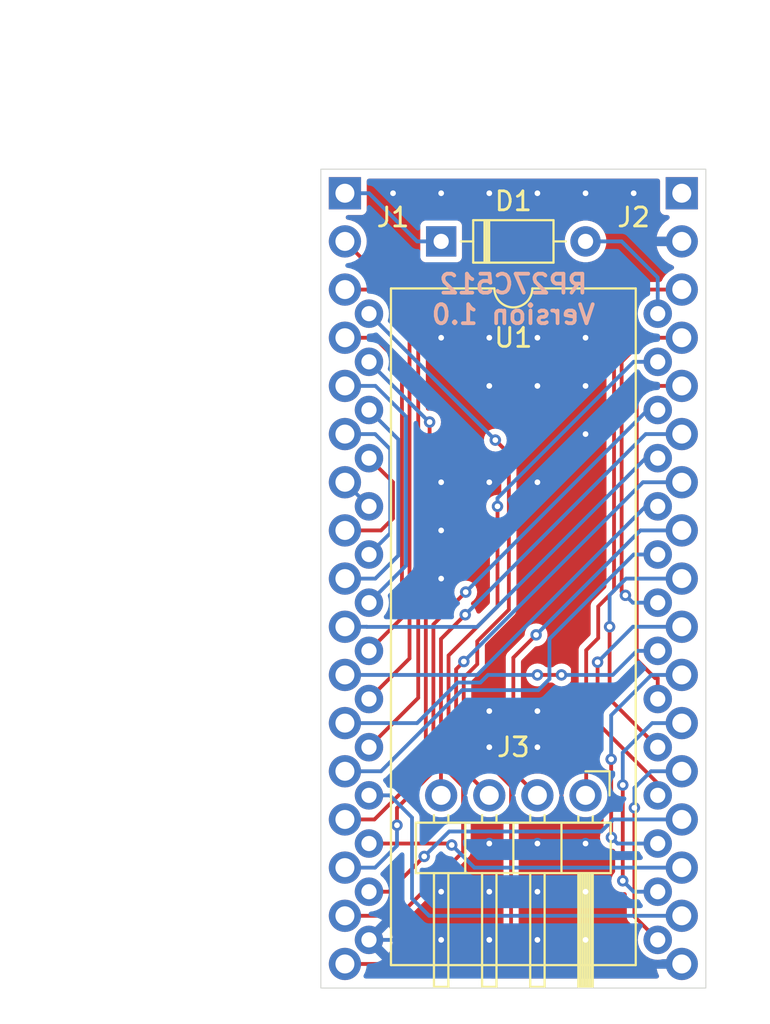
<source format=kicad_pcb>
(kicad_pcb (version 20240108) (generator "pcbnew") (generator_version "8.0")
  (layers (0 "F.Cu" signal) (31 "B.Cu" signal) (34 "B.Paste" user) (35 "F.Paste" user) (36 "B.SilkS" user "B.Silkscreen") (37 "F.SilkS" user "F.Silkscreen") (38 "B.Mask" user) (39 "F.Mask" user) (44 "Edge.Cuts" user))
  (net 0 "")
  (net 1 "+5V")
  (net 2 "Net-(D1-K)")
  (net 3 "Net-(J1-Pin_2)")
  (net 4 "Net-(J1-Pin_10)")
  (net 5 "Net-(J1-Pin_3)")
  (net 6 "Net-(J1-Pin_6)")
  (net 7 "Net-(J1-Pin_9)")
  (net 8 "Net-(J1-Pin_17)")
  (net 9 "Net-(J1-Pin_16)")
  (net 10 "Net-(J1-Pin_8)")
  (net 11 "Net-(J1-Pin_12)")
  (net 12 "Net-(J1-Pin_14)")
  (net 13 "Net-(J1-Pin_15)")
  (net 14 "Net-(J1-Pin_13)")
  (net 15 "Net-(J1-Pin_4)")
  (net 16 "Net-(J1-Pin_11)")
  (net 17 "Net-(J1-Pin_7)")
  (net 18 "Net-(J1-Pin_5)")
  (net 19 "Net-(J2-Pin_3)")
  (net 20 "Net-(J2-Pin_8)")
  (net 21 "Net-(J2-Pin_7)")
  (net 22 "Net-(J2-Pin_6)")
  (net 23 "Net-(J2-Pin_4)")
  (net 24 "Net-(J2-Pin_9)")
  (net 25 "Net-(J2-Pin_16)")
  (net 26 "GND")
  (net 27 "Net-(J2-Pin_12)")
  (net 28 "Net-(J2-Pin_15)")
  (net 29 "Net-(J2-Pin_11)")
  (net 30 "Net-(J2-Pin_5)")
  (net 31 "Net-(J2-Pin_14)")
  (net 32 "Net-(J2-Pin_10)")
  (net 33 "Net-(J2-Pin_13)")
  (net 34 "+3.3V")
  (footprint "Connector_PinHeader_2.54mm:PinHeader_1x17_P2.54mm_Vertical" (layer "F.Cu") (at 137.16 81.28)
    (property "Reference" "J2" (at -2.54 1.27 0) (layer "F.SilkS"))
    (property "Value" "Conn_01x17")
    (pad "1" thru_hole rect (at 0 0) (size 1.7 1.7) (drill 1) (layers "*.Cu" "*.Mask") (net 34 "+3.3V"))
    (pad "2" thru_hole oval (at 0 2.54) (size 1.7 1.7) (drill 1) (layers "*.Cu" "*.Mask") (net 26 "GND"))
    (pad "3" thru_hole oval (at 0 5.08) (size 1.7 1.7) (drill 1) (layers "*.Cu" "*.Mask") (net 19 "Net-(J2-Pin_3)"))
    (pad "4" thru_hole oval (at 0 7.62) (size 1.7 1.7) (drill 1) (layers "*.Cu" "*.Mask") (net 23 "Net-(J2-Pin_4)"))
    (pad "5" thru_hole oval (at 0 10.16) (size 1.7 1.7) (drill 1) (layers "*.Cu" "*.Mask") (net 30 "Net-(J2-Pin_5)"))
    (pad "6" thru_hole oval (at 0 12.7) (size 1.7 1.7) (drill 1) (layers "*.Cu" "*.Mask") (net 22 "Net-(J2-Pin_6)"))
    (pad "7" thru_hole oval (at 0 15.24) (size 1.7 1.7) (drill 1) (layers "*.Cu" "*.Mask") (net 21 "Net-(J2-Pin_7)"))
    (pad "8" thru_hole oval (at 0 17.78) (size 1.7 1.7) (drill 1) (layers "*.Cu" "*.Mask") (net 20 "Net-(J2-Pin_8)"))
    (pad "9" thru_hole oval (at 0 20.32) (size 1.7 1.7) (drill 1) (layers "*.Cu" "*.Mask") (net 24 "Net-(J2-Pin_9)"))
    (pad "10" thru_hole oval (at 0 22.86) (size 1.7 1.7) (drill 1) (layers "*.Cu" "*.Mask") (net 32 "Net-(J2-Pin_10)"))
    (pad "11" thru_hole oval (at 0 25.4) (size 1.7 1.7) (drill 1) (layers "*.Cu" "*.Mask") (net 29 "Net-(J2-Pin_11)"))
    (pad "12" thru_hole oval (at 0 27.94) (size 1.7 1.7) (drill 1) (layers "*.Cu" "*.Mask") (net 27 "Net-(J2-Pin_12)"))
    (pad "13" thru_hole oval (at 0 30.48) (size 1.7 1.7) (drill 1) (layers "*.Cu" "*.Mask") (net 33 "Net-(J2-Pin_13)"))
    (pad "14" thru_hole oval (at 0 33.02) (size 1.7 1.7) (drill 1) (layers "*.Cu" "*.Mask") (net 31 "Net-(J2-Pin_14)"))
    (pad "15" thru_hole oval (at 0 35.56) (size 1.7 1.7) (drill 1) (layers "*.Cu" "*.Mask") (net 28 "Net-(J2-Pin_15)"))
    (pad "16" thru_hole oval (at 0 38.1) (size 1.7 1.7) (drill 1) (layers "*.Cu" "*.Mask") (net 25 "Net-(J2-Pin_16)"))
    (pad "17" thru_hole oval (at 0 40.64) (size 1.7 1.7) (drill 1) (layers "*.Cu" "*.Mask") (net 26 "GND"))
  )
  (footprint "Connector_PinHeader_2.54mm:PinHeader_1x04_P2.54mm_Horizontal" (layer "F.Cu") (at 132.08 113.03 -90)
    (property "Reference" "J3" (at -2.54 3.81 180) (layer "F.SilkS"))
    (property "Value" "Conn_01x04")
    (fp_line (start 1.44 8.95) (end 4.1 8.95) (stroke (width 0.12)) (layer "F.SilkS"))
    (fp_line (start 4.1 8.95) (end 4.1 -1.33) (stroke (width 0.12)) (layer "F.SilkS"))
    (fp_line (start 1.042929 8) (end 1.44 8) (stroke (width 0.12)) (layer "F.SilkS"))
    (fp_line (start 10.1 8) (end 4.1 8) (stroke (width 0.12)) (layer "F.SilkS"))
    (fp_line (start 1.042929 7.24) (end 1.44 7.24) (stroke (width 0.12)) (layer "F.SilkS"))
    (fp_line (start 4.1 7.24) (end 10.1 7.24) (stroke (width 0.12)) (layer "F.SilkS"))
    (fp_line (start 10.1 7.24) (end 10.1 8) (stroke (width 0.12)) (layer "F.SilkS"))
    (fp_line (start 1.44 6.35) (end 4.1 6.35) (stroke (width 0.12)) (layer "F.SilkS"))
    (fp_line (start 1.042929 5.46) (end 1.44 5.46) (stroke (width 0.12)) (layer "F.SilkS"))
    (fp_line (start 10.1 5.46) (end 4.1 5.46) (stroke (width 0.12)) (layer "F.SilkS"))
    (fp_line (start 1.042929 4.7) (end 1.44 4.7) (stroke (width 0.12)) (layer "F.SilkS"))
    (fp_line (start 4.1 4.7) (end 10.1 4.7) (stroke (width 0.12)) (layer "F.SilkS"))
    (fp_line (start 10.1 4.7) (end 10.1 5.46) (stroke (width 0.12)) (layer "F.SilkS"))
    (fp_line (start 1.44 3.81) (end 4.1 3.81) (stroke (width 0.12)) (layer "F.SilkS"))
    (fp_line (start 1.042929 2.92) (end 1.44 2.92) (stroke (width 0.12)) (layer "F.SilkS"))
    (fp_line (start 10.1 2.92) (end 4.1 2.92) (stroke (width 0.12)) (layer "F.SilkS"))
    (fp_line (start 1.042929 2.16) (end 1.44 2.16) (stroke (width 0.12)) (layer "F.SilkS"))
    (fp_line (start 4.1 2.16) (end 10.1 2.16) (stroke (width 0.12)) (layer "F.SilkS"))
    (fp_line (start 10.1 2.16) (end 10.1 2.92) (stroke (width 0.12)) (layer "F.SilkS"))
    (fp_line (start 1.44 1.27) (end 4.1 1.27) (stroke (width 0.12)) (layer "F.SilkS"))
    (fp_line (start 1.11 0.38) (end 1.44 0.38) (stroke (width 0.12)) (layer "F.SilkS"))
    (fp_line (start 10.1 0.38) (end 4.1 0.38) (stroke (width 0.12)) (layer "F.SilkS"))
    (fp_line (start 4.1 0.28) (end 10.1 0.28) (stroke (width 0.12)) (layer "F.SilkS"))
    (fp_line (start 4.1 0.16) (end 10.1 0.16) (stroke (width 0.12)) (layer "F.SilkS"))
    (fp_line (start 4.1 0.04) (end 10.1 0.04) (stroke (width 0.12)) (layer "F.SilkS"))
    (fp_line (start -1.27 0) (end -1.27 -1.27) (stroke (width 0.12)) (layer "F.SilkS"))
    (fp_line (start 4.1 -0.08) (end 10.1 -0.08) (stroke (width 0.12)) (layer "F.SilkS"))
    (fp_line (start 4.1 -0.2) (end 10.1 -0.2) (stroke (width 0.12)) (layer "F.SilkS"))
    (fp_line (start 4.1 -0.32) (end 10.1 -0.32) (stroke (width 0.12)) (layer "F.SilkS"))
    (fp_line (start 1.11 -0.38) (end 1.44 -0.38) (stroke (width 0.12)) (layer "F.SilkS"))
    (fp_line (start 4.1 -0.38) (end 10.1 -0.38) (stroke (width 0.12)) (layer "F.SilkS"))
    (fp_line (start 10.1 -0.38) (end 10.1 0.38) (stroke (width 0.12)) (layer "F.SilkS"))
    (fp_line (start -1.27 -1.27) (end 0 -1.27) (stroke (width 0.12)) (layer "F.SilkS"))
    (fp_line (start 1.44 -1.33) (end 1.44 8.95) (stroke (width 0.12)) (layer "F.SilkS"))
    (fp_line (start 4.1 -1.33) (end 1.44 -1.33) (stroke (width 0.12)) (layer "F.SilkS"))
    (pad "1" thru_hole circle (at 0 0 270) (size 1.7 1.7) (drill 1) (layers "*.Cu" "*.Mask") (net 19 "Net-(J2-Pin_3)"))
    (pad "2" thru_hole oval (at 0 2.54 270) (size 1.7 1.7) (drill 1) (layers "*.Cu" "*.Mask") (net 20 "Net-(J2-Pin_8)"))
    (pad "3" thru_hole oval (at 0 5.08 270) (size 1.7 1.7) (drill 1) (layers "*.Cu" "*.Mask") (net 21 "Net-(J2-Pin_7)"))
    (pad "4" thru_hole oval (at 0 7.62 270) (size 1.7 1.7) (drill 1) (layers "*.Cu" "*.Mask") (net 22 "Net-(J2-Pin_6)"))
  )
  (footprint "Connector_PinHeader_2.54mm:PinHeader_1x17_P2.54mm_Vertical" (layer "F.Cu") (at 119.38 81.28)
    (property "Reference" "J1" (at 2.54 1.27 0) (layer "F.SilkS"))
    (property "Value" "Conn_01x17")
    (pad "1" thru_hole rect (at 0 0) (size 1.7 1.7) (drill 1) (layers "*.Cu" "*.Mask") (net 2 "Net-(D1-K)"))
    (pad "2" thru_hole oval (at 0 2.54) (size 1.7 1.7) (drill 1) (layers "*.Cu" "*.Mask") (net 3 "Net-(J1-Pin_2)"))
    (pad "3" thru_hole oval (at 0 5.08) (size 1.7 1.7) (drill 1) (layers "*.Cu" "*.Mask") (net 5 "Net-(J1-Pin_3)"))
    (pad "4" thru_hole oval (at 0 7.62) (size 1.7 1.7) (drill 1) (layers "*.Cu" "*.Mask") (net 15 "Net-(J1-Pin_4)"))
    (pad "5" thru_hole oval (at 0 10.16) (size 1.7 1.7) (drill 1) (layers "*.Cu" "*.Mask") (net 18 "Net-(J1-Pin_5)"))
    (pad "6" thru_hole oval (at 0 12.7) (size 1.7 1.7) (drill 1) (layers "*.Cu" "*.Mask") (net 6 "Net-(J1-Pin_6)"))
    (pad "7" thru_hole oval (at 0 15.24) (size 1.7 1.7) (drill 1) (layers "*.Cu" "*.Mask") (net 17 "Net-(J1-Pin_7)"))
    (pad "8" thru_hole oval (at 0 17.78) (size 1.7 1.7) (drill 1) (layers "*.Cu" "*.Mask") (net 10 "Net-(J1-Pin_8)"))
    (pad "9" thru_hole oval (at 0 20.32) (size 1.7 1.7) (drill 1) (layers "*.Cu" "*.Mask") (net 7 "Net-(J1-Pin_9)"))
    (pad "10" thru_hole oval (at 0 22.86) (size 1.7 1.7) (drill 1) (layers "*.Cu" "*.Mask") (net 4 "Net-(J1-Pin_10)"))
    (pad "11" thru_hole oval (at 0 25.4) (size 1.7 1.7) (drill 1) (layers "*.Cu" "*.Mask") (net 16 "Net-(J1-Pin_11)"))
    (pad "12" thru_hole oval (at 0 27.94) (size 1.7 1.7) (drill 1) (layers "*.Cu" "*.Mask") (net 11 "Net-(J1-Pin_12)"))
    (pad "13" thru_hole oval (at 0 30.48) (size 1.7 1.7) (drill 1) (layers "*.Cu" "*.Mask") (net 14 "Net-(J1-Pin_13)"))
    (pad "14" thru_hole oval (at 0 33.02) (size 1.7 1.7) (drill 1) (layers "*.Cu" "*.Mask") (net 12 "Net-(J1-Pin_14)"))
    (pad "15" thru_hole oval (at 0 35.56) (size 1.7 1.7) (drill 1) (layers "*.Cu" "*.Mask") (net 13 "Net-(J1-Pin_15)"))
    (pad "16" thru_hole oval (at 0 38.1) (size 1.7 1.7) (drill 1) (layers "*.Cu" "*.Mask") (net 9 "Net-(J1-Pin_16)"))
    (pad "17" thru_hole oval (at 0 40.64) (size 1.7 1.7) (drill 1) (layers "*.Cu" "*.Mask") (net 8 "Net-(J1-Pin_17)"))
  )
  (footprint "Package_DIP:DIP-28_W15.24mm" (layer "F.Cu") (at 120.65 87.63)
    (property "Reference" "U1" (at 7.62 1.27 0) (layer "F.SilkS"))
    (property "Value" "27C512")
    (fp_line (start 1.16 -1.33) (end 1.16 34.35) (stroke (width 0.12)) (layer "F.SilkS"))
    (fp_line (start 1.16 34.35) (end 14.08 34.35) (stroke (width 0.12)) (layer "F.SilkS"))
    (fp_line (start 6.62 -1.33) (end 1.16 -1.33) (stroke (width 0.12)) (layer "F.SilkS"))
    (fp_line (start 14.08 -1.33) (end 8.62 -1.33) (stroke (width 0.12)) (layer "F.SilkS"))
    (fp_line (start 14.08 34.35) (end 14.08 -1.33) (stroke (width 0.12)) (layer "F.SilkS"))
    (fp_arc (start 8.62 -1.33) (mid 7.62 -0.33) (end 6.62 -1.33) (stroke (width 0.12)) (layer "F.SilkS"))
    (pad "1" thru_hole circle (at 0 0) (size 1.5 1.5) (drill 0.8) (layers "*.Cu" "*.Mask") (net 8 "Net-(J1-Pin_17)"))
    (pad "2" thru_hole circle (at 0 2.54) (size 1.5 1.5) (drill 0.8) (layers "*.Cu" "*.Mask") (net 12 "Net-(J1-Pin_14)"))
    (pad "3" thru_hole circle (at 0 5.08) (size 1.5 1.5) (drill 0.8) (layers "*.Cu" "*.Mask") (net 7 "Net-(J1-Pin_9)"))
    (pad "4" thru_hole circle (at 0 7.62) (size 1.5 1.5) (drill 0.8) (layers "*.Cu" "*.Mask") (net 10 "Net-(J1-Pin_8)"))
    (pad "5" thru_hole circle (at 0 10.16) (size 1.5 1.5) (drill 0.8) (layers "*.Cu" "*.Mask") (net 17 "Net-(J1-Pin_7)"))
    (pad "6" thru_hole circle (at 0 12.7) (size 1.5 1.5) (drill 0.8) (layers "*.Cu" "*.Mask") (net 6 "Net-(J1-Pin_6)"))
    (pad "7" thru_hole circle (at 0 15.24) (size 1.5 1.5) (drill 0.8) (layers "*.Cu" "*.Mask") (net 18 "Net-(J1-Pin_5)"))
    (pad "8" thru_hole circle (at 0 17.78) (size 1.5 1.5) (drill 0.8) (layers "*.Cu" "*.Mask") (net 15 "Net-(J1-Pin_4)"))
    (pad "9" thru_hole circle (at 0 20.32) (size 1.5 1.5) (drill 0.8) (layers "*.Cu" "*.Mask") (net 5 "Net-(J1-Pin_3)"))
    (pad "10" thru_hole circle (at 0 22.86) (size 1.5 1.5) (drill 0.8) (layers "*.Cu" "*.Mask") (net 3 "Net-(J1-Pin_2)"))
    (pad "11" thru_hole circle (at 0 25.4) (size 1.5 1.5) (drill 0.8) (layers "*.Cu" "*.Mask") (net 25 "Net-(J2-Pin_16)"))
    (pad "12" thru_hole circle (at 0 27.94) (size 1.5 1.5) (drill 0.8) (layers "*.Cu" "*.Mask") (net 28 "Net-(J2-Pin_15)"))
    (pad "13" thru_hole circle (at 0 30.48) (size 1.5 1.5) (drill 0.8) (layers "*.Cu" "*.Mask") (net 31 "Net-(J2-Pin_14)"))
    (pad "14" thru_hole circle (at 0 33.02) (size 1.5 1.5) (drill 0.8) (layers "*.Cu" "*.Mask") (net 26 "GND"))
    (pad "15" thru_hole circle (at 15.24 33.02) (size 1.5 1.5) (drill 0.8) (layers "*.Cu" "*.Mask") (net 33 "Net-(J2-Pin_13)"))
    (pad "16" thru_hole circle (at 15.24 30.48) (size 1.5 1.5) (drill 0.8) (layers "*.Cu" "*.Mask") (net 27 "Net-(J2-Pin_12)"))
    (pad "17" thru_hole circle (at 15.24 27.94) (size 1.5 1.5) (drill 0.8) (layers "*.Cu" "*.Mask") (net 29 "Net-(J2-Pin_11)"))
    (pad "18" thru_hole circle (at 15.24 25.4) (size 1.5 1.5) (drill 0.8) (layers "*.Cu" "*.Mask") (net 32 "Net-(J2-Pin_10)"))
    (pad "19" thru_hole circle (at 15.24 22.86) (size 1.5 1.5) (drill 0.8) (layers "*.Cu" "*.Mask") (net 24 "Net-(J2-Pin_9)"))
    (pad "20" thru_hole circle (at 15.24 20.32) (size 1.5 1.5) (drill 0.8) (layers "*.Cu" "*.Mask") (net 30 "Net-(J2-Pin_5)"))
    (pad "21" thru_hole circle (at 15.24 17.78) (size 1.5 1.5) (drill 0.8) (layers "*.Cu" "*.Mask") (net 11 "Net-(J1-Pin_12)"))
    (pad "22" thru_hole circle (at 15.24 15.24) (size 1.5 1.5) (drill 0.8) (layers "*.Cu" "*.Mask") (net 23 "Net-(J2-Pin_4)"))
    (pad "23" thru_hole circle (at 15.24 12.7) (size 1.5 1.5) (drill 0.8) (layers "*.Cu" "*.Mask") (net 14 "Net-(J1-Pin_13)"))
    (pad "24" thru_hole circle (at 15.24 10.16) (size 1.5 1.5) (drill 0.8) (layers "*.Cu" "*.Mask") (net 16 "Net-(J1-Pin_11)"))
    (pad "25" thru_hole circle (at 15.24 7.62) (size 1.5 1.5) (drill 0.8) (layers "*.Cu" "*.Mask") (net 4 "Net-(J1-Pin_10)"))
    (pad "26" thru_hole circle (at 15.24 5.08) (size 1.5 1.5) (drill 0.8) (layers "*.Cu" "*.Mask") (net 13 "Net-(J1-Pin_15)"))
    (pad "27" thru_hole circle (at 15.24 2.54) (size 1.5 1.5) (drill 0.8) (layers "*.Cu" "*.Mask") (net 9 "Net-(J1-Pin_16)"))
    (pad "28" thru_hole circle (at 15.24 0) (size 1.5 1.5) (drill 0.8) (layers "*.Cu" "*.Mask") (net 1 "+5V"))
  )
  (footprint "Diode_THT:D_DO-35_SOD27_P7.62mm_Horizontal" (layer "F.Cu") (at 124.46 83.82)
    (property "Reference" "D1" (at 3.81 -2.12 0) (layer "F.SilkS"))
    (property "Value" "1SS106")
    (fp_line (start 1.04 0) (end 1.69 0) (stroke (width 0.12)) (layer "F.SilkS"))
    (fp_line (start 1.69 -1.12) (end 1.69 1.12) (stroke (width 0.12)) (layer "F.SilkS"))
    (fp_line (start 1.69 1.12) (end 5.93 1.12) (stroke (width 0.12)) (layer "F.SilkS"))
    (fp_line (start 2.29 -1.12) (end 2.29 1.12) (stroke (width 0.12)) (layer "F.SilkS"))
    (fp_line (start 2.41 -1.12) (end 2.41 1.12) (stroke (width 0.12)) (layer "F.SilkS"))
    (fp_line (start 2.53 -1.12) (end 2.53 1.12) (stroke (width 0.12)) (layer "F.SilkS"))
    (fp_line (start 5.93 -1.12) (end 1.69 -1.12) (stroke (width 0.12)) (layer "F.SilkS"))
    (fp_line (start 5.93 1.12) (end 5.93 -1.12) (stroke (width 0.12)) (layer "F.SilkS"))
    (fp_line (start 6.58 0) (end 5.93 0) (stroke (width 0.12)) (layer "F.SilkS"))
    (pad "1" thru_hole rect (at 0 0) (size 1.6 1.6) (drill 0.8) (layers "*.Cu" "*.Mask") (net 2 "Net-(D1-K)"))
    (pad "2" thru_hole oval (at 7.62 0) (size 1.6 1.6) (drill 0.8) (layers "*.Cu" "*.Mask") (net 1 "+5V"))
  )
  (gr_rect (start 118.11 80.01) (end 138.43 123.19) (stroke (width 0.05)) (fill none) (layer "Edge.Cuts"))
  (gr_text "RP27C512\nVersion 1.0" (at 128.27 88.265 0) (layer "B.SilkS") (effects (font (size 1 1) (thickness 0.2) (bold yes)) (justify bottom mirror)))
  (segment (start 133.985 83.82) (end 132.08 83.82) (width 0.2) (layer "B.Cu") (net 1))
  (segment (start 135.89 85.725) (end 133.985 83.82) (width 0.2) (layer "B.Cu") (net 1))
  (segment (start 135.89 87.63) (end 135.89 85.725) (width 0.2) (layer "B.Cu") (net 1))
  (segment (start 124.46 83.82) (end 123.19 83.82) (width 0.2) (layer "B.Cu") (net 2))
  (segment (start 123.19 83.82) (end 120.65 81.28) (width 0.2) (layer "B.Cu") (net 2))
  (segment (start 120.65 81.28) (end 119.38 81.28) (width 0.2) (layer "B.Cu") (net 2))
  (segment (start 120.65 110.49) (end 123.25 107.89) (width 0.2) (layer "F.Cu") (net 3))
  (segment (start 123.25 87.69) (end 119.38 83.82) (width 0.2) (layer "F.Cu") (net 3))
  (segment (start 123.25 107.89) (end 123.25 87.69) (width 0.2) (layer "F.Cu") (net 3))
  (segment (start 119.38 104.14) (end 120.5317 104.14) (width 0.2) (layer "B.Cu") (net 4))
  (segment (start 120.5317 104.14) (end 120.5387 104.147) (width 0.2) (layer "B.Cu") (net 4))
  (segment (start 120.5387 104.147) (end 126.358 104.147) (width 0.2) (layer "B.Cu") (net 4))
  (segment (start 135.255 95.25) (end 135.89 95.25) (width 0.2) (layer "B.Cu") (net 4))
  (segment (start 126.358 104.147) (end 135.255 95.25) (width 0.2) (layer "B.Cu") (net 4))
  (segment (start 122.79 87.865) (end 121.285 86.36) (width 0.2) (layer "F.Cu") (net 5))
  (segment (start 122.7829 105.8171) (end 122.79 105.81) (width 0.2) (layer "F.Cu") (net 5))
  (segment (start 122.79 105.81) (end 122.79 87.865) (width 0.2) (layer "F.Cu") (net 5))
  (segment (start 121.285 86.36) (end 119.38 86.36) (width 0.2) (layer "F.Cu") (net 5))
  (segment (start 120.65 107.95) (end 122.7829 105.8171) (width 0.2) (layer "F.Cu") (net 5))
  (segment (start 120.65 100.33) (end 121.7725 99.2075) (width 0.2) (layer "B.Cu") (net 6))
  (segment (start 121.7725 94.7769) (end 120.9756 93.98) (width 0.2) (layer "B.Cu") (net 6))
  (segment (start 121.7725 99.2075) (end 121.7725 94.7769) (width 0.2) (layer "B.Cu") (net 6))
  (segment (start 120.9756 93.98) (end 119.38 93.98) (width 0.2) (layer "B.Cu") (net 6))
  (segment (start 120.9846 101.6) (end 122.1964 100.3882) (width 0.2) (layer "B.Cu") (net 7))
  (segment (start 119.38 101.6) (end 120.9846 101.6) (width 0.2) (layer "B.Cu") (net 7))
  (segment (start 122.1964 100.3882) (end 122.1964 94.2564) (width 0.2) (layer "B.Cu") (net 7))
  (segment (start 122.1964 94.2564) (end 120.65 92.71) (width 0.2) (layer "B.Cu") (net 7))
  (segment (start 128.15 112.553654) (end 128.15 120.77) (width 0.2) (layer "F.Cu") (net 8))
  (segment (start 128.0337 103.238585) (end 126.365 104.907285) (width 0.2) (layer "F.Cu") (net 8))
  (segment (start 128.15 120.77) (end 127 121.92) (width 0.2) (layer "F.Cu") (net 8))
  (segment (start 126.365 104.907285) (end 126.365 106.112829) (width 0.2) (layer "F.Cu") (net 8))
  (segment (start 128.0337 95.0137) (end 128.0337 103.238585) (width 0.2) (layer "F.Cu") (net 8))
  (segment (start 126.365 106.112829) (end 125.65 106.827829) (width 0.2) (layer "F.Cu") (net 8))
  (segment (start 127 121.92) (end 119.38 121.92) (width 0.2) (layer "F.Cu") (net 8))
  (segment (start 125.65 110.053654) (end 128.15 112.553654) (width 0.2) (layer "F.Cu") (net 8))
  (segment (start 127.3175 94.2975) (end 128.0337 95.0137) (width 0.2) (layer "F.Cu") (net 8))
  (segment (start 125.65 106.827829) (end 125.65 110.053654) (width 0.2) (layer "F.Cu") (net 8))
  (via (at 127.3175 94.2975) (size 0.6) (drill 0.3) (layers "F.Cu" "B.Cu") (net 8))
  (segment (start 127.3175 94.2975) (end 120.65 87.63) (width 0.2) (layer "B.Cu") (net 8))
  (segment (start 124.85 111.793654) (end 125.61735 112.561004) (width 0.2) (layer "F.Cu") (net 9))
  (segment (start 127.4337 103.0713) (end 124.85 105.655) (width 0.2) (layer "F.Cu") (net 9))
  (segment (start 125.61735 116.00015) (end 122.2375 119.38) (width 0.2) (layer "F.Cu") (net 9))
  (segment (start 124.85 105.655) (end 124.85 111.793654) (width 0.2) (layer "F.Cu") (net 9))
  (segment (start 127.4337 97.79) (end 127.4337 103.0713) (width 0.2) (layer "F.Cu") (net 9))
  (segment (start 122.2375 119.38) (end 119.38 119.38) (width 0.2) (layer "F.Cu") (net 9))
  (segment (start 125.61735 112.561004) (end 125.61735 116.00015) (width 0.2) (layer "F.Cu") (net 9))
  (via (at 127.4337 97.79) (size 0.6) (drill 0.3) (layers "F.Cu" "B.Cu") (net 9))
  (segment (start 127.4337 97.3563) (end 134.62 90.17) (width 0.2) (layer "B.Cu") (net 9))
  (segment (start 134.62 90.17) (end 135.89 90.17) (width 0.2) (layer "B.Cu") (net 9))
  (segment (start 127.4337 97.79) (end 127.4337 97.3563) (width 0.2) (layer "B.Cu") (net 9))
  (segment (start 120.65 95.25) (end 121.92 96.52) (width 0.2) (layer "F.Cu") (net 10))
  (segment (start 121.92 98.425) (end 121.285 99.06) (width 0.2) (layer "F.Cu") (net 10))
  (segment (start 121.285 99.06) (end 119.38 99.06) (width 0.2) (layer "F.Cu") (net 10))
  (segment (start 121.92 96.52) (end 121.92 98.425) (width 0.2) (layer "F.Cu") (net 10))
  (segment (start 129.54 106.68) (end 130.81 106.68) (width 0.2) (layer "F.Cu") (net 11))
  (via (at 129.54 106.68) (size 0.6) (drill 0.3) (layers "F.Cu" "B.Cu") (net 11))
  (via (at 130.81 106.68) (size 0.6) (drill 0.3) (layers "F.Cu" "B.Cu") (net 11))
  (segment (start 133.5183 106.68) (end 134.7883 105.41) (width 0.2) (layer "B.Cu") (net 11))
  (segment (start 126.530686 107.08) (end 125.33 107.08) (width 0.2) (layer "B.Cu") (net 11))
  (segment (start 126.930686 106.68) (end 126.530686 107.08) (width 0.2) (layer "B.Cu") (net 11))
  (segment (start 129.54 106.68) (end 126.930686 106.68) (width 0.2) (layer "B.Cu") (net 11))
  (segment (start 130.81 106.68) (end 133.5183 106.68) (width 0.2) (layer "B.Cu") (net 11))
  (segment (start 123.19 109.22) (end 119.38 109.22) (width 0.2) (layer "B.Cu") (net 11))
  (segment (start 125.33 107.08) (end 123.19 109.22) (width 0.2) (layer "B.Cu") (net 11))
  (segment (start 134.7883 105.41) (end 135.89 105.41) (width 0.2) (layer "B.Cu") (net 11))
  (segment (start 120.9381 114.3) (end 119.38 114.3) (width 0.2) (layer "F.Cu") (net 12))
  (segment (start 123.65 94.155) (end 123.65 111.5881) (width 0.2) (layer "F.Cu") (net 12))
  (segment (start 123.85 93.345) (end 123.85 93.955) (width 0.2) (layer "F.Cu") (net 12))
  (segment (start 123.85 93.955) (end 123.65 94.155) (width 0.2) (layer "F.Cu") (net 12))
  (segment (start 123.65 111.5881) (end 120.9381 114.3) (width 0.2) (layer "F.Cu") (net 12))
  (via (at 123.85 93.345) (size 0.6) (drill 0.3) (layers "F.Cu" "B.Cu") (net 12))
  (segment (start 123.85 93.345) (end 123.825 93.345) (width 0.2) (layer "B.Cu") (net 12))
  (segment (start 123.825 93.345) (end 120.65 90.17) (width 0.2) (layer "B.Cu") (net 12))
  (segment (start 124.05 111.7775) (end 122.1277 113.6998) (width 0.2) (layer "F.Cu") (net 13))
  (segment (start 125.75525 102.31075) (end 124.05 104.016) (width 0.2) (layer "F.Cu") (net 13))
  (segment (start 124.05 104.016) (end 124.05 111.7775) (width 0.2) (layer "F.Cu") (net 13))
  (segment (start 122.1277 113.6998) (end 122.1277 114.603) (width 0.2) (layer "F.Cu") (net 13))
  (via (at 125.75525 102.31075) (size 0.6) (drill 0.3) (layers "F.Cu" "B.Cu") (net 13))
  (via (at 122.1277 114.603) (size 0.6) (drill 0.3) (layers "F.Cu" "B.Cu") (net 13))
  (segment (start 135.356 92.71) (end 135.89 92.71) (width 0.2) (layer "B.Cu") (net 13))
  (segment (start 120.9714 116.84) (end 119.38 116.84) (width 0.2) (layer "B.Cu") (net 13))
  (segment (start 122.1277 115.6837) (end 120.9714 116.84) (width 0.2) (layer "B.Cu") (net 13))
  (segment (start 125.75525 102.31075) (end 135.356 92.71) (width 0.2) (layer "B.Cu") (net 13))
  (segment (start 122.1277 114.603) (end 122.1277 115.6837) (width 0.2) (layer "B.Cu") (net 13))
  (segment (start 134.62 100.33) (end 130.175 104.775) (width 0.2) (layer "B.Cu") (net 14))
  (segment (start 125.565 107.48) (end 121.285 111.76) (width 0.2) (layer "B.Cu") (net 14))
  (segment (start 135.89 100.33) (end 134.62 100.33) (width 0.2) (layer "B.Cu") (net 14))
  (segment (start 121.285 111.76) (end 119.38 111.76) (width 0.2) (layer "B.Cu") (net 14))
  (segment (start 130.175 106.893529) (end 129.588529 107.48) (width 0.2) (layer "B.Cu") (net 14))
  (segment (start 129.588529 107.48) (end 125.565 107.48) (width 0.2) (layer "B.Cu") (net 14))
  (segment (start 130.175 104.775) (end 130.175 106.893529) (width 0.2) (layer "B.Cu") (net 14))
  (segment (start 120.9436 88.9) (end 119.38 88.9) (width 0.2) (layer "F.Cu") (net 15))
  (segment (start 120.65 105.41) (end 122.39 103.67) (width 0.2) (layer "F.Cu") (net 15))
  (segment (start 122.39 90.3464) (end 120.9436 88.9) (width 0.2) (layer "F.Cu") (net 15))
  (segment (start 122.39 103.67) (end 122.39 90.3464) (width 0.2) (layer "F.Cu") (net 15))
  (segment (start 135.89 97.79) (end 135.255 97.79) (width 0.2) (layer "B.Cu") (net 16))
  (segment (start 126.365 106.68) (end 119.38 106.68) (width 0.2) (layer "B.Cu") (net 16))
  (segment (start 135.255 97.79) (end 126.365 106.68) (width 0.2) (layer "B.Cu") (net 16))
  (segment (start 120.65 97.79) (end 119.38 96.52) (width 0.2) (layer "B.Cu") (net 17))
  (segment (start 120.65 102.87) (end 122.6024 100.9176) (width 0.2) (layer "B.Cu") (net 18))
  (segment (start 120.9924 91.44) (end 119.38 91.44) (width 0.2) (layer "B.Cu") (net 18))
  (segment (start 122.6024 100.9176) (end 122.6024 93.05) (width 0.2) (layer "B.Cu") (net 18))
  (segment (start 122.6024 93.05) (end 120.9924 91.44) (width 0.2) (layer "B.Cu") (net 18))
  (segment (start 132.115 105.375) (end 132.75 104.74) (width 0.2) (layer "F.Cu") (net 19))
  (segment (start 133.585 88.03) (end 135.255 86.36) (width 0.2) (layer "F.Cu") (net 19))
  (segment (start 132.75 103.066471) (end 133.585 102.231471) (width 0.2) (layer "F.Cu") (net 19))
  (segment (start 132.115 112.995) (end 132.115 105.375) (width 0.2) (layer "F.Cu") (net 19))
  (segment (start 133.585 102.231471) (end 133.585 88.03) (width 0.2) (layer "F.Cu") (net 19))
  (segment (start 132.07 113.03) (end 132.08 113.03) (width 0.2) (layer "F.Cu") (net 19))
  (segment (start 135.255 86.36) (end 137.16 86.36) (width 0.2) (layer "F.Cu") (net 19))
  (segment (start 132.08 113.03) (end 132.115 112.995) (width 0.2) (layer "F.Cu") (net 19))
  (segment (start 132.75 104.74) (end 132.75 103.066471) (width 0.2) (layer "F.Cu") (net 19))
  (segment (start 128.27 105.7682) (end 128.27 111.77) (width 0.2) (layer "F.Cu") (net 20))
  (segment (start 129.4708 104.5674) (end 128.27 105.7682) (width 0.2) (layer "F.Cu") (net 20))
  (segment (start 128.27 111.77) (end 129.53 113.03) (width 0.2) (layer "F.Cu") (net 20))
  (via (at 129.4708 104.5674) (size 0.6) (drill 0.3) (layers "F.Cu" "B.Cu") (net 20))
  (segment (start 134.9782 99.06) (end 137.16 99.06) (width 0.2) (layer "B.Cu") (net 20))
  (segment (start 129.4708 104.5674) (end 134.9782 99.06) (width 0.2) (layer "B.Cu") (net 20))
  (segment (start 125.25 106.3793) (end 125.25 111.29) (width 0.2) (layer "F.Cu") (net 21))
  (segment (start 125.65715 105.97215) (end 125.25 106.3793) (width 0.2) (layer "F.Cu") (net 21))
  (segment (start 125.25 111.29) (end 126.99 113.03) (width 0.2) (layer "F.Cu") (net 21))
  (via (at 125.65715 105.97215) (size 0.6) (drill 0.3) (layers "F.Cu" "B.Cu") (net 21))
  (segment (start 135.1093 96.52) (end 137.16 96.52) (width 0.2) (layer "B.Cu") (net 21))
  (segment (start 125.65715 105.97215) (end 135.1093 96.52) (width 0.2) (layer "B.Cu") (net 21))
  (segment (start 124.45 104.785) (end 124.45 113.03) (width 0.2) (layer "F.Cu") (net 22))
  (segment (start 125.73 103.505) (end 124.45 104.785) (width 0.2) (layer "F.Cu") (net 22))
  (via (at 125.73 103.505) (size 0.6) (drill 0.3) (layers "F.Cu" "B.Cu") (net 22))
  (segment (start 125.73 103.505) (end 135.255 93.98) (width 0.2) (layer "B.Cu") (net 22))
  (segment (start 135.255 93.98) (end 137.16 93.98) (width 0.2) (layer "B.Cu") (net 22))
  (segment (start 134.1838 102.4812) (end 133.985 102.2824) (width 0.2) (layer "F.Cu") (net 23))
  (segment (start 135.255 88.9) (end 137.16 88.9) (width 0.2) (layer "F.Cu") (net 23))
  (segment (start 133.985 102.2824) (end 133.985 90.17) (width 0.2) (layer "F.Cu") (net 23))
  (segment (start 133.985 90.17) (end 135.255 88.9) (width 0.2) (layer "F.Cu") (net 23))
  (via (at 134.1838 102.4812) (size 0.6) (drill 0.3) (layers "F.Cu" "B.Cu") (net 23))
  (segment (start 134.5726 102.87) (end 135.89 102.87) (width 0.2) (layer "B.Cu") (net 23))
  (segment (start 134.1838 102.4812) (end 134.5726 102.87) (width 0.2) (layer "B.Cu") (net 23))
  (segment (start 133.35 107.95) (end 135.89 110.49) (width 0.2) (layer "F.Cu") (net 24))
  (segment (start 133.35 104.14) (end 133.35 107.95) (width 0.2) (layer "F.Cu") (net 24))
  (via (at 133.35 104.14) (size 0.6) (drill 0.3) (layers "F.Cu" "B.Cu") (net 24))
  (segment (start 133.35 104.14) (end 133.35 102.466471) (width 0.2) (layer "B.Cu") (net 24))
  (segment (start 134.216471 101.6) (end 137.16 101.6) (width 0.2) (layer "B.Cu") (net 24))
  (segment (start 133.35 102.466471) (end 134.216471 101.6) (width 0.2) (layer "B.Cu") (net 24))
  (segment (start 123.825 119.38) (end 137.16 119.38) (width 0.2) (layer "B.Cu") (net 25))
  (segment (start 121.7517 113.03) (end 122.9217 114.2) (width 0.2) (layer "B.Cu") (net 25))
  (segment (start 122.9217 118.4767) (end 123.825 119.38) (width 0.2) (layer "B.Cu") (net 25))
  (segment (start 122.9217 114.2) (end 122.9217 118.4767) (width 0.2) (layer "B.Cu") (net 25))
  (segment (start 120.65 113.03) (end 121.7517 113.03) (width 0.2) (layer "B.Cu") (net 25))
  (segment (start 137.16 83.82) (end 134.62 83.82) (width 0.2) (layer "F.Cu") (net 26))
  (segment (start 130.81 120.65) (end 132.08 121.92) (width 0.2) (layer "F.Cu") (net 26))
  (segment (start 130.81 112) (end 130.81 120.65) (width 0.2) (layer "F.Cu") (net 26))
  (segment (start 132.08 121.92) (end 137.16 121.92) (width 0.2) (layer "F.Cu") (net 26))
  (segment (start 131.41 111.4) (end 130.81 112) (width 0.2) (layer "F.Cu") (net 26))
  (segment (start 134.62 83.82) (end 131.41 87.03) (width 0.2) (layer "F.Cu") (net 26))
  (segment (start 131.41 87.03) (end 131.41 111.4) (width 0.2) (layer "F.Cu") (net 26))
  (via (at 124.46 101.6) (size 0.6) (drill 0.3) (layers "F.Cu" "B.Cu") (net 26))
  (via (at 127 110.49) (size 0.6) (drill 0.3) (layers "F.Cu" "B.Cu") (net 26))
  (via (at 129.54 81.28) (size 0.6) (drill 0.3) (layers "F.Cu" "B.Cu") (net 26))
  (via (at 124.46 88.9) (size 0.6) (drill 0.3) (layers "F.Cu" "B.Cu") (net 26))
  (via (at 132.08 120.65) (size 0.6) (drill 0.3) (layers "F.Cu" "B.Cu") (net 26))
  (via (at 124.46 81.28) (size 0.6) (drill 0.3) (layers "F.Cu" "B.Cu") (net 26))
  (via (at 129.54 96.52) (size 0.6) (drill 0.3) (layers "F.Cu" "B.Cu") (net 26))
  (via (at 129.54 88.9) (size 0.6) (drill 0.3) (layers "F.Cu" "B.Cu") (net 26))
  (via (at 129.54 120.65) (size 0.6) (drill 0.3) (layers "F.Cu" "B.Cu") (net 26))
  (via (at 129.54 91.44) (size 0.6) (drill 0.3) (layers "F.Cu" "B.Cu") (net 26))
  (via (at 132.08 81.28) (size 0.6) (drill 0.3) (layers "F.Cu" "B.Cu") (net 26))
  (via (at 124.46 99.06) (size 0.6) (drill 0.3) (layers "F.Cu" "B.Cu") (net 26))
  (via (at 132.08 118.11) (size 0.6) (drill 0.3) (layers "F.Cu" "B.Cu") (net 26))
  (via (at 127 108.585) (size 0.6) (drill 0.3) (layers "F.Cu" "B.Cu") (net 26))
  (via (at 127 118.11) (size 0.6) (drill 0.3) (layers "F.Cu" "B.Cu") (net 26))
  (via (at 134.62 81.28) (size 0.6) (drill 0.3) (layers "F.Cu" "B.Cu") (net 26))
  (via (at 124.46 118.11) (size 0.6) (drill 0.3) (layers "F.Cu" "B.Cu") (net 26))
  (via (at 127 88.9) (size 0.6) (drill 0.3) (layers "F.Cu" "B.Cu") (net 26))
  (via (at 129.54 110.49) (size 0.6) (drill 0.3) (layers "F.Cu" "B.Cu") (net 26))
  (via (at 132.08 88.9) (size 0.6) (drill 0.3) (layers "F.Cu" "B.Cu") (net 26))
  (via (at 132.08 91.44) (size 0.6) (drill 0.3) (layers "F.Cu" "B.Cu") (net 26))
  (via (at 129.54 115.57) (size 0.6) (drill 0.3) (layers "F.Cu" "B.Cu") (net 26))
  (via (at 121.92 81.28) (size 0.6) (drill 0.3) (layers "F.Cu" "B.Cu") (net 26))
  (via (at 132.08 93.98) (size 0.6) (drill 0.3) (layers "F.Cu" "B.Cu") (net 26))
  (via (at 127 115.57) (size 0.6) (drill 0.3) (layers "F.Cu" "B.Cu") (net 26))
  (via (at 127 120.65) (size 0.6) (drill 0.3) (layers "F.Cu" "B.Cu") (net 26))
  (via (at 129.54 108.585) (size 0.6) (drill 0.3) (layers "F.Cu" "B.Cu") (net 26))
  (via (at 124.46 120.65) (size 0.6) (drill 0.3) (layers "F.Cu" "B.Cu") (net 26))
  (via (at 127 96.52) (size 0.6) (drill 0.3) (layers "F.Cu" "B.Cu") (net 26))
  (via (at 124.46 96.52) (size 0.6) (drill 0.3) (layers "F.Cu" "B.Cu") (net 26))
  (via (at 127 91.44) (size 0.6) (drill 0.3) (layers "F.Cu" "B.Cu") (net 26))
  (via (at 127 81.28) (size 0.6) (drill 0.3) (layers "F.Cu" "B.Cu") (net 26))
  (via (at 129.54 118.11) (size 0.6) (drill 0.3) (layers "F.Cu" "B.Cu") (net 26))
  (via (at 132.08 115.57) (size 0.6) (drill 0.3) (layers "F.Cu" "B.Cu") (net 26))
  (segment (start 120.65 120.65) (end 122.555 120.65) (width 0.2) (layer "B.Cu") (net 26))
  (segment (start 122.555 120.65) (end 123.825 121.92) (width 0.2) (layer "B.Cu") (net 26))
  (segment (start 123.825 121.92) (end 137.16 121.92) (width 0.2) (layer "B.Cu") (net 26))
  (segment (start 134.0446 117.5346) (end 134.0446 112.4835) (width 0.2) (layer "F.Cu") (net 27))
  (via (at 134.0446 112.4835) (size 0.6) (drill 0.3) (layers "F.Cu" "B.Cu") (net 27))
  (via (at 134.0446 117.5346) (size 0.6) (drill 0.3) (layers "F.Cu" "B.Cu") (net 27))
  (segment (start 135.5981 109.22) (end 137.16 109.22) (width 0.2) (layer "B.Cu") (net 27))
  (segment (start 134.0446 110.7735) (end 135.5981 109.22) (width 0.2) (layer "B.Cu") (net 27))
  (segment (start 134.62 118.11) (end 135.89 118.11) (width 0.2) (layer "B.Cu") (net 27))
  (segment (start 134.0446 112.4835) (end 134.0446 110.7735) (width 0.2) (layer "B.Cu") (net 27))
  (segment (start 134.0446 117.5346) (end 134.62 118.11) (width 0.2) (layer "B.Cu") (net 27))
  (segment (start 124.9397 115.57) (end 120.65 115.57) (width 0.2) (layer "F.Cu") (net 28))
  (segment (start 125.01735 115.64765) (end 124.9397 115.57) (width 0.2) (layer "F.Cu") (net 28))
  (via (at 125.01735 115.64765) (size 0.6) (drill 0.3) (layers "F.Cu" "B.Cu") (net 28))
  (segment (start 126.2097 116.84) (end 137.16 116.84) (width 0.2) (layer "B.Cu") (net 28))
  (segment (start 125.01735 115.64765) (end 126.2097 116.84) (width 0.2) (layer "B.Cu") (net 28))
  (segment (start 133.4325 115.2362) (end 133.4325 111.125) (width 0.2) (layer "F.Cu") (net 29))
  (segment (start 133.4446 115.2483) (end 133.4325 115.2362) (width 0.2) (layer "F.Cu") (net 29))
  (via (at 133.4325 111.125) (size 0.6) (drill 0.3) (layers "F.Cu" "B.Cu") (net 29))
  (via (at 133.4446 115.2483) (size 0.6) (drill 0.3) (layers "F.Cu" "B.Cu") (net 29))
  (segment (start 135.5594 106.68) (end 137.16 106.68) (width 0.2) (layer "B.Cu") (net 29))
  (segment (start 133.7663 115.57) (end 135.89 115.57) (width 0.2) (layer "B.Cu") (net 29))
  (segment (start 133.4446 115.2483) (end 133.7663 115.57) (width 0.2) (layer "B.Cu") (net 29))
  (segment (start 133.4325 111.125) (end 133.4325 108.8069) (width 0.2) (layer "B.Cu") (net 29))
  (segment (start 133.4325 108.8069) (end 135.5594 106.68) (width 0.2) (layer "B.Cu") (net 29))
  (segment (start 134.7838 105.8798) (end 134.7838 92.07325) (width 0.2) (layer "F.Cu") (net 30))
  (segment (start 135.89 107.95) (end 135.89 106.8483) (width 0.2) (layer "F.Cu") (net 30))
  (segment (start 135.89 106.8483) (end 135.7523 106.8483) (width 0.2) (layer "F.Cu") (net 30))
  (segment (start 134.7838 92.07325) (end 135.41705 91.44) (width 0.2) (layer "F.Cu") (net 30))
  (segment (start 135.41705 91.44) (end 137.16 91.44) (width 0.2) (layer "F.Cu") (net 30))
  (segment (start 135.7523 106.8483) (end 134.7838 105.8798) (width 0.2) (layer "F.Cu") (net 30))
  (segment (start 121.70647 118.11) (end 120.65 118.11) (width 0.2) (layer "F.Cu") (net 31))
  (segment (start 123.566585 116.249885) (end 121.70647 118.11) (width 0.2) (layer "F.Cu") (net 31))
  (via (at 123.566585 116.249885) (size 0.6) (drill 0.3) (layers "F.Cu" "B.Cu") (net 31))
  (segment (start 133.544372 114.3) (end 137.16 114.3) (width 0.2) (layer "B.Cu") (net 31))
  (segment (start 124.88147 114.935) (end 132.909372 114.935) (width 0.2) (layer "B.Cu") (net 31))
  (segment (start 132.909372 114.935) (end 133.544372 114.3) (width 0.2) (layer "B.Cu") (net 31))
  (segment (start 123.566585 116.249885) (end 124.88147 114.935) (width 0.2) (layer "B.Cu") (net 31))
  (segment (start 135.89 112.395) (end 135.89 113.03) (width 0.2) (layer "F.Cu") (net 32))
  (segment (start 132.715 106.0066) (end 132.715 109.22) (width 0.2) (layer "F.Cu") (net 32))
  (segment (start 132.715 109.22) (end 135.89 112.395) (width 0.2) (layer "F.Cu") (net 32))
  (via (at 132.715 106.0066) (size 0.6) (drill 0.3) (layers "F.Cu" "B.Cu") (net 32))
  (segment (start 134.5816 104.14) (end 137.16 104.14) (width 0.2) (layer "B.Cu") (net 32))
  (segment (start 132.715 106.0066) (end 134.5816 104.14) (width 0.2) (layer "B.Cu") (net 32))
  (segment (start 134.6567 119.4167) (end 134.6567 113.6863) (width 0.2) (layer "F.Cu") (net 33))
  (segment (start 135.89 120.65) (end 134.6567 119.4167) (width 0.2) (layer "F.Cu") (net 33))
  (segment (start 134.6567 113.6863) (end 134.6583 113.6847) (width 0.2) (layer "F.Cu") (net 33))
  (via (at 134.6583 113.6847) (size 0.6) (drill 0.3) (layers "F.Cu" "B.Cu") (net 33))
  (segment (start 137.16 111.76) (end 135.5359 111.76) (width 0.2) (layer "B.Cu") (net 33))
  (segment (start 135.5359 111.76) (end 134.6583 112.6376) (width 0.2) (layer "B.Cu") (net 33))
  (segment (start 134.6583 112.6376) (end 134.6583 113.6847) (width 0.2) (layer "B.Cu") (net 33))
  (zone (net 0) (net_name "") (layer "F.Cu") (connect_pads (clearance 0)) (min_thickness 0.25)
    (keepout (tracks allowed) (vias allowed) (pads allowed) (copperpour not_allowed) (footprints allowed))
    (fill (thermal_gap 0.5) (thermal_bridge_width 0.5))
    (polygon (pts (xy 117.475 121.92) (xy 117.475 123.825) (xy 127 123.825) (xy 127 121.92)))
  )
  (zone (net 26) (net_name "GND") (layers "F&B.Cu") (connect_pads (clearance 0.3)) (min_thickness 0.25) (fill yes (thermal_gap 0.5) (thermal_bridge_width 0.5))
    (polygon (pts (xy 138.43 123.19) (xy 138.43 80.01) (xy 118.11 80.01) (xy 118.11 123.19)))
  )
)
</source>
